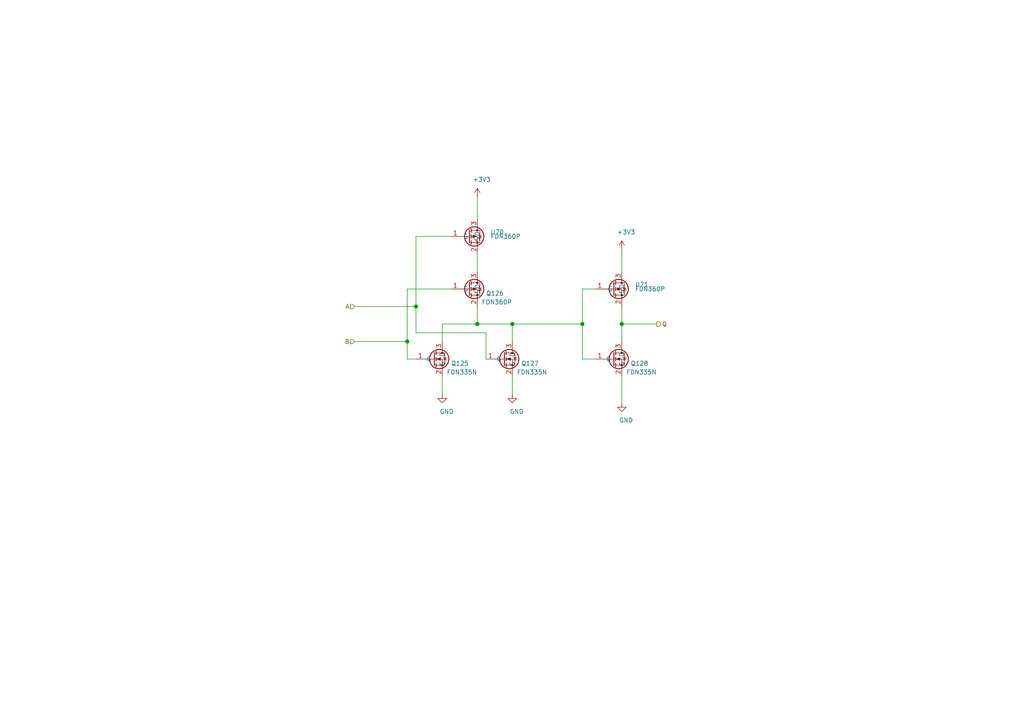
<source format=kicad_sch>
(kicad_sch (version 20200828) (generator eeschema)
  (page 0 26)
  (paper "A4")
  (lib_symbols
    (symbol "Custom_Transistors:FDN335N"
      (property "Reference" "Q" (at 9.525 -13.97 0))
      (property "Value" "FDN335N" (at 9.525 -13.97 0))
      (symbol "FDN335N_0_1"
        (circle (center -0.889 0) (radius 2.794) (stroke (width 0.254)))
        (circle (center 0 -1.778) (radius 0.254) (fill (type outline)))
        (circle (center 0 1.778) (radius 0.254) (fill (type outline)))
        (polyline (pts (xy -2.286 0) (xy -5.08 0)))
        (polyline (pts (xy -2.286 1.905) (xy -2.286 -1.905)) (stroke (width 0.254)))
        (polyline (pts (xy -1.778 -1.27) (xy -1.778 -2.286)) (stroke (width 0.254)))
        (polyline (pts (xy -1.778 0.508) (xy -1.778 -0.508)) (stroke (width 0.254)))
        (polyline (pts (xy -1.778 2.286) (xy -1.778 1.27)) (stroke (width 0.254)))
        (polyline (pts (xy 0 2.54) (xy 0 1.778)))
        (polyline (pts (xy 0 -2.54) (xy 0 0) (xy -1.778 0)))
        (polyline (pts (xy -1.778 -1.778) (xy 0.762 -1.778) (xy 0.762 1.778) (xy -1.778 1.778)))
        (polyline (pts (xy -1.524 0) (xy -0.508 0.381) (xy -0.508 -0.381) (xy -1.524 0)) (fill (type outline)))
        (polyline (pts (xy 0.254 0.508) (xy 0.381 0.381) (xy 1.143 0.381) (xy 1.27 0.254)))
        (polyline (pts (xy 0.762 0.381) (xy 0.381 -0.254) (xy 1.143 -0.254) (xy 0.762 0.381)))
      )
      (symbol "FDN335N_1_1"
        (pin passive line (at 0 5.08 270) (length 2.54) (name "D") (number "3"))
        (pin input line (at -7.62 0 0) (length 2.54) (name "G") (number "1"))
        (pin passive line (at 0 -5.08 90) (length 2.54) (name "S") (number "2"))
      )
    )
    (symbol "Custom_Transistors:FDN360P" (pin_names (offset 1.016))
      (property "Reference" "Q" (at 3.175 4.445 0))
      (property "Value" "FDN360P" (at 6.35 1.905 0))
      (symbol "FDN360P_0_1"
        (circle (center -0.889 0) (radius 2.794) (stroke (width 0.254)))
        (circle (center 0 -1.778) (radius 0.254) (fill (type outline)))
        (circle (center 0 1.778) (radius 0.254) (fill (type outline)))
        (polyline (pts (xy -2.286 0) (xy -5.08 0)))
        (polyline (pts (xy -2.286 1.905) (xy -2.286 -1.905)) (stroke (width 0.254)))
        (polyline (pts (xy -1.778 -1.27) (xy -1.778 -2.286)) (stroke (width 0.254)))
        (polyline (pts (xy -1.778 0.508) (xy -1.778 -0.508)) (stroke (width 0.254)))
        (polyline (pts (xy -1.778 2.286) (xy -1.778 1.27)) (stroke (width 0.254)))
        (polyline (pts (xy 0 2.54) (xy 0 1.778)))
        (polyline (pts (xy 0 -2.54) (xy 0 0) (xy -1.778 0)))
        (polyline (pts (xy -1.778 1.778) (xy 0.762 1.778) (xy 0.762 -1.778) (xy -1.778 -1.778)))
        (polyline (pts (xy -0.254 0) (xy -1.27 0.381) (xy -1.27 -0.381) (xy -0.254 0)) (fill (type outline)))
        (polyline (pts (xy 0.254 -0.508) (xy 0.381 -0.381) (xy 1.143 -0.381) (xy 1.27 -0.254)))
        (polyline (pts (xy 0.762 -0.381) (xy 0.381 0.254) (xy 1.143 0.254) (xy 0.762 -0.381)))
      )
      (symbol "FDN360P_1_1"
        (pin passive line (at 0 5.08 270) (length 2.54) (name "D") (number "3"))
        (pin input line (at -7.62 0 0) (length 2.54) (name "G") (number "1"))
        (pin passive line (at 0 -5.08 90) (length 2.54) (name "S") (number "2"))
      )
    )
    (symbol "Custom_Transistors:FDN360P_1" (pin_names (offset 1.016))
      (property "Reference" "Q" (at 3.175 4.445 0))
      (property "Value" "FDN360P" (at 6.35 1.905 0))
      (symbol "FDN360P_1_0_1"
        (circle (center -0.889 0) (radius 2.794) (stroke (width 0.254)))
        (circle (center 0 -1.778) (radius 0.254) (fill (type outline)))
        (circle (center 0 1.778) (radius 0.254) (fill (type outline)))
        (polyline (pts (xy -2.286 0) (xy -5.08 0)))
        (polyline (pts (xy -2.286 1.905) (xy -2.286 -1.905)) (stroke (width 0.254)))
        (polyline (pts (xy -1.778 -1.27) (xy -1.778 -2.286)) (stroke (width 0.254)))
        (polyline (pts (xy -1.778 0.508) (xy -1.778 -0.508)) (stroke (width 0.254)))
        (polyline (pts (xy -1.778 2.286) (xy -1.778 1.27)) (stroke (width 0.254)))
        (polyline (pts (xy 0 2.54) (xy 0 1.778)))
        (polyline (pts (xy 0 -2.54) (xy 0 0) (xy -1.778 0)))
        (polyline (pts (xy -1.778 1.778) (xy 0.762 1.778) (xy 0.762 -1.778) (xy -1.778 -1.778)))
        (polyline (pts (xy -0.254 0) (xy -1.27 0.381) (xy -1.27 -0.381) (xy -0.254 0)) (fill (type outline)))
        (polyline (pts (xy 0.254 -0.508) (xy 0.381 -0.381) (xy 1.143 -0.381) (xy 1.27 -0.254)))
        (polyline (pts (xy 0.762 -0.381) (xy 0.381 0.254) (xy 1.143 0.254) (xy 0.762 -0.381)))
      )
      (symbol "FDN360P_1_1_1"
        (pin passive line (at 0 5.08 270) (length 2.54) (name "D") (number "3"))
        (pin input line (at -7.62 0 0) (length 2.54) (name "G") (number "1"))
        (pin passive line (at 0 -5.08 90) (length 2.54) (name "S") (number "2"))
      )
    )
    (symbol "Custom_Transistors:FDN360P_2" (pin_names (offset 1.016))
      (property "Reference" "Q" (at 3.175 4.445 0))
      (property "Value" "FDN360P" (at 6.35 1.905 0))
      (symbol "FDN360P_2_0_1"
        (circle (center -0.889 0) (radius 2.794) (stroke (width 0.254)))
        (circle (center 0 -1.778) (radius 0.254) (fill (type outline)))
        (circle (center 0 1.778) (radius 0.254) (fill (type outline)))
        (polyline (pts (xy -2.286 0) (xy -5.08 0)))
        (polyline (pts (xy -2.286 1.905) (xy -2.286 -1.905)) (stroke (width 0.254)))
        (polyline (pts (xy -1.778 -1.27) (xy -1.778 -2.286)) (stroke (width 0.254)))
        (polyline (pts (xy -1.778 0.508) (xy -1.778 -0.508)) (stroke (width 0.254)))
        (polyline (pts (xy -1.778 2.286) (xy -1.778 1.27)) (stroke (width 0.254)))
        (polyline (pts (xy 0 2.54) (xy 0 1.778)))
        (polyline (pts (xy 0 -2.54) (xy 0 0) (xy -1.778 0)))
        (polyline (pts (xy -1.778 1.778) (xy 0.762 1.778) (xy 0.762 -1.778) (xy -1.778 -1.778)))
        (polyline (pts (xy -0.254 0) (xy -1.27 0.381) (xy -1.27 -0.381) (xy -0.254 0)) (fill (type outline)))
        (polyline (pts (xy 0.254 -0.508) (xy 0.381 -0.381) (xy 1.143 -0.381) (xy 1.27 -0.254)))
        (polyline (pts (xy 0.762 -0.381) (xy 0.381 0.254) (xy 1.143 0.254) (xy 0.762 -0.381)))
      )
      (symbol "FDN360P_2_1_1"
        (pin passive line (at 0 5.08 270) (length 2.54) (name "D") (number "3"))
        (pin input line (at -7.62 0 0) (length 2.54) (name "G") (number "1"))
        (pin passive line (at 0 -5.08 90) (length 2.54) (name "S") (number "2"))
      )
    )
    (symbol "power:+3V3" (power) (pin_names (offset 0))
      (property "Value" "+3V3" (at 0 3.556 0))
      (symbol "+3V3_0_1"
        (polyline (pts (xy -0.762 1.27) (xy 0 2.54)))
        (polyline (pts (xy 0 0) (xy 0 2.54)))
        (polyline (pts (xy 0 2.54) (xy 0.762 1.27)))
      )
      (symbol "+3V3_1_1"
        (pin power_in line (at 0 0 90) (length 0) hide (name "+3V3") (number "1"))
      )
    )
    (symbol "power:GND" (power) (pin_names (offset 0))
      (property "Value" "GND" (at 0 -3.81 0))
      (symbol "GND_0_1"
        (polyline (pts (xy 0 0) (xy 0 -1.27) (xy 1.27 -1.27) (xy 0 -2.54) (xy -1.27 -1.27) (xy 0 -1.27)))
      )
      (symbol "GND_1_1"
        (pin power_in line (at 0 0 270) (length 0) hide (name "GND") (number "1"))
      )
    )
  )
  (junction (at 118.11 99.06) (diameter 1.016))
  (junction (at 120.65 88.9) (diameter 1.016))
  (junction (at 138.43 93.98) (diameter 1.016))
  (junction (at 148.59 93.98) (diameter 1.016))
  (junction (at 168.91 93.98) (diameter 1.016))
  (junction (at 180.34 93.98) (diameter 1.016))
  (wire (pts (xy 102.87 88.9) (xy 120.65 88.9)))
  (wire (pts (xy 102.87 99.06) (xy 118.11 99.06)))
  (wire (pts (xy 118.11 83.82) (xy 118.11 99.06)))
  (wire (pts (xy 118.11 99.06) (xy 118.11 104.14)))
  (wire (pts (xy 118.11 104.14) (xy 120.65 104.14)))
  (wire (pts (xy 120.65 68.58) (xy 130.81 68.58)))
  (wire (pts (xy 120.65 88.9) (xy 120.65 68.58)))
  (wire (pts (xy 120.65 96.52) (xy 120.65 88.9)))
  (wire (pts (xy 128.27 93.98) (xy 138.43 93.98)))
  (wire (pts (xy 128.27 99.06) (xy 128.27 93.98)))
  (wire (pts (xy 128.27 109.22) (xy 128.27 114.3)) (stroke (width 0.152)))
  (wire (pts (xy 130.81 83.82) (xy 118.11 83.82)))
  (wire (pts (xy 138.43 57.15) (xy 138.43 63.5)))
  (wire (pts (xy 138.43 78.74) (xy 138.43 73.66)))
  (wire (pts (xy 138.43 93.98) (xy 138.43 88.9)))
  (wire (pts (xy 138.43 93.98) (xy 148.59 93.98)))
  (wire (pts (xy 140.97 96.52) (xy 120.65 96.52)))
  (wire (pts (xy 140.97 104.14) (xy 140.97 96.52)))
  (wire (pts (xy 148.59 93.98) (xy 148.59 99.06)))
  (wire (pts (xy 148.59 93.98) (xy 168.91 93.98)))
  (wire (pts (xy 148.59 109.22) (xy 148.59 114.3)))
  (wire (pts (xy 168.91 83.82) (xy 168.91 93.98)))
  (wire (pts (xy 168.91 93.98) (xy 168.91 104.14)))
  (wire (pts (xy 168.91 104.14) (xy 172.72 104.14)))
  (wire (pts (xy 172.72 83.82) (xy 168.91 83.82)))
  (wire (pts (xy 180.34 72.39) (xy 180.34 78.74)))
  (wire (pts (xy 180.34 88.9) (xy 180.34 93.98)))
  (wire (pts (xy 180.34 93.98) (xy 180.34 99.06)))
  (wire (pts (xy 180.34 93.98) (xy 190.5 93.98)))
  (wire (pts (xy 180.34 109.22) (xy 180.34 116.84)))
  (hierarchical_label "A" (shape input) (at 102.87 88.9 180))
  (hierarchical_label "B" (shape input) (at 102.87 99.06 180))
  (hierarchical_label "Q" (shape output) (at 190.5 93.98 0))
  (symbol (lib_id "power:+3V3") (at 138.43 57.15 0)
    (property "Reference" "#PWR0254" (effects hide))
    (property "Value" "+3V3" (at 139.7 52.07 0))
  )
  (symbol (lib_id "power:+3V3") (at 180.34 72.39 0)
    (property "Reference" "#PWR0256" (effects hide))
    (property "Value" "+3V3" (at 181.61 67.31 0))
  )
  (symbol (lib_id "power:GND") (at 128.27 114.3 0)
    (property "Reference" "#PWR0252" (effects hide))
    (property "Value" "GND" (at 129.54 119.38 0))
  )
  (symbol (lib_id "power:GND") (at 148.59 114.3 0)
    (property "Reference" "#PWR0253" (effects hide))
    (property "Value" "GND" (at 149.86 119.38 0))
  )
  (symbol (lib_id "power:GND") (at 180.34 116.84 0)
    (property "Reference" "#PWR0255" (effects hide))
    (property "Value" "GND" (at 181.61 121.92 0))
  )
  (symbol (lib_id "Custom_Transistors:FDN335N") (at 128.27 104.14 0)
    (property "Reference" "Q125" (at 130.81 105.41 0) (effects (justify left)))
    (property "Value" "FDN335N" (at 129.54 107.95 0) (effects (justify left)))
    (property "Footprint" "Package_TO_SOT_SMD:SOT-23" (effects hide))
    (property "Datasheet" "https://datasheet.lcsc.com/szlcsc/ON-Semicon-ON-FDN335N_C241804.pdf" (effects hide))
  )
  (symbol (lib_name "Custom_Transistors:FDN360P_1") (lib_id "Custom_Transistors:FDN360P") (at 138.43 68.58 0)
    (property "Reference" "U70" (at 142.24 67.31 0) (effects (justify left)))
    (property "Value" "FDN360P" (at 142.24 68.58 0) (effects (justify left)))
    (property "Footprint" "Package_TO_SOT_SMD:SOT-23" (effects hide))
  )
  (symbol (lib_name "Custom_Transistors:FDN360P_2") (lib_id "Custom_Transistors:FDN360P") (at 138.43 83.82 0)
    (property "Reference" "Q126" (at 140.97 85.09 0) (effects (justify left)))
    (property "Value" "FDN360P" (at 139.7 87.63 0) (effects (justify left)))
    (property "Footprint" "Package_TO_SOT_SMD:SOT-23" (effects hide))
  )
  (symbol (lib_id "Custom_Transistors:FDN335N") (at 148.59 104.14 0)
    (property "Reference" "Q127" (at 151.13 105.41 0) (effects (justify left)))
    (property "Value" "FDN335N" (at 149.86 107.95 0) (effects (justify left)))
    (property "Footprint" "Package_TO_SOT_SMD:SOT-23" (effects hide))
    (property "Datasheet" "https://datasheet.lcsc.com/szlcsc/ON-Semicon-ON-FDN335N_C241804.pdf" (effects hide))
  )
  (symbol (lib_id "Custom_Transistors:FDN360P") (at 180.34 83.82 0)
    (property "Reference" "U71" (at 184.15 82.55 0) (effects (justify left)))
    (property "Value" "FDN360P" (at 184.15 83.82 0) (effects (justify left)))
    (property "Footprint" "Package_TO_SOT_SMD:SOT-23" (effects hide))
  )
  (symbol (lib_id "Custom_Transistors:FDN335N") (at 180.34 104.14 0)
    (property "Reference" "Q128" (at 182.88 105.41 0) (effects (justify left)))
    (property "Value" "FDN335N" (at 181.61 107.95 0) (effects (justify left)))
    (property "Footprint" "Package_TO_SOT_SMD:SOT-23" (effects hide))
    (property "Datasheet" "https://datasheet.lcsc.com/szlcsc/ON-Semicon-ON-FDN335N_C241804.pdf" (effects hide))
  )
)
</source>
